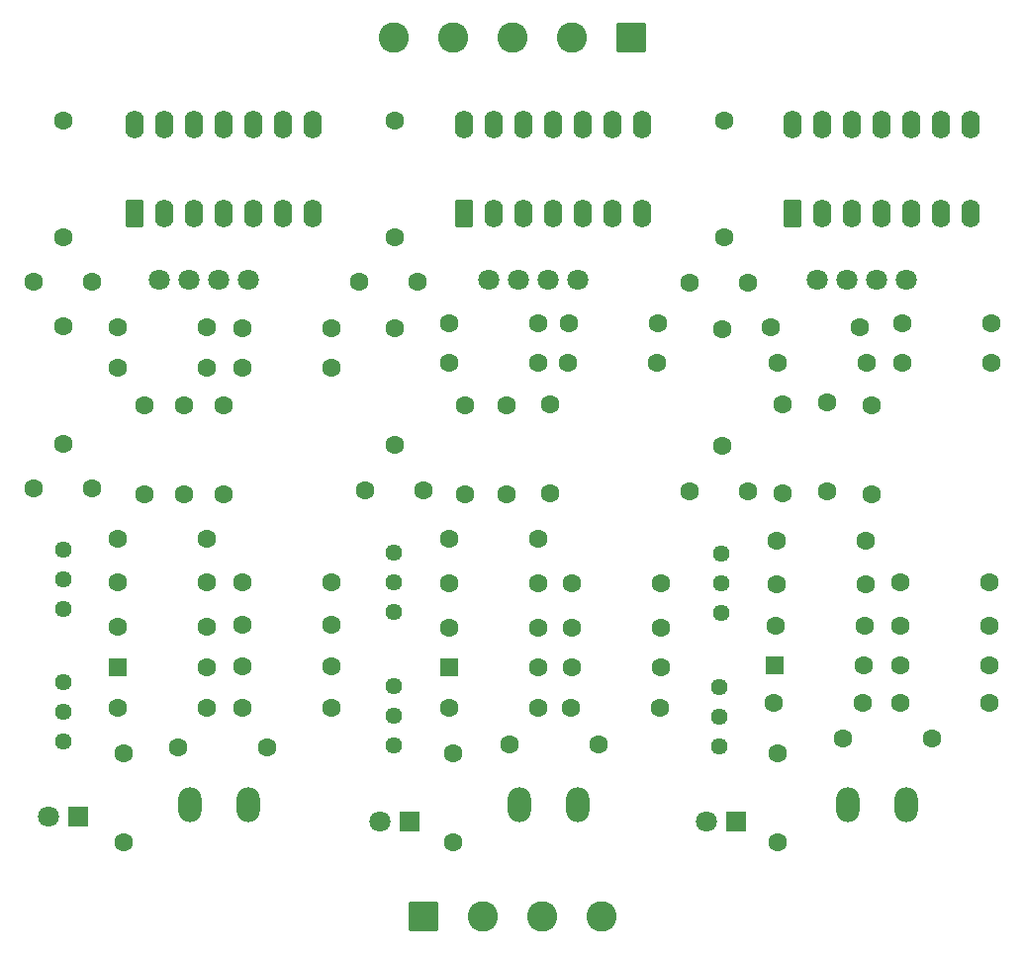
<source format=gbr>
%TF.GenerationSoftware,KiCad,Pcbnew,9.0.3*%
%TF.CreationDate,2026-01-26T07:40:47-05:00*%
%TF.ProjectId,VOLTAGE-SENSOR,564f4c54-4147-4452-9d53-454e534f522e,rev?*%
%TF.SameCoordinates,Original*%
%TF.FileFunction,Soldermask,Top*%
%TF.FilePolarity,Negative*%
%FSLAX46Y46*%
G04 Gerber Fmt 4.6, Leading zero omitted, Abs format (unit mm)*
G04 Created by KiCad (PCBNEW 9.0.3) date 2026-01-26 07:40:47*
%MOMM*%
%LPD*%
G01*
G04 APERTURE LIST*
G04 Aperture macros list*
%AMRoundRect*
0 Rectangle with rounded corners*
0 $1 Rounding radius*
0 $2 $3 $4 $5 $6 $7 $8 $9 X,Y pos of 4 corners*
0 Add a 4 corners polygon primitive as box body*
4,1,4,$2,$3,$4,$5,$6,$7,$8,$9,$2,$3,0*
0 Add four circle primitives for the rounded corners*
1,1,$1+$1,$2,$3*
1,1,$1+$1,$4,$5*
1,1,$1+$1,$6,$7*
1,1,$1+$1,$8,$9*
0 Add four rect primitives between the rounded corners*
20,1,$1+$1,$2,$3,$4,$5,0*
20,1,$1+$1,$4,$5,$6,$7,0*
20,1,$1+$1,$6,$7,$8,$9,0*
20,1,$1+$1,$8,$9,$2,$3,0*%
G04 Aperture macros list end*
%ADD10RoundRect,0.250000X1.050000X1.050000X-1.050000X1.050000X-1.050000X-1.050000X1.050000X-1.050000X0*%
%ADD11C,2.600000*%
%ADD12C,1.600000*%
%ADD13R,1.800000X1.800000*%
%ADD14C,1.800000*%
%ADD15O,2.000000X3.000000*%
%ADD16RoundRect,0.250000X-0.550000X-0.550000X0.550000X-0.550000X0.550000X0.550000X-0.550000X0.550000X0*%
%ADD17RoundRect,0.250000X0.550000X-0.950000X0.550000X0.950000X-0.550000X0.950000X-0.550000X-0.950000X0*%
%ADD18O,1.600000X2.400000*%
%ADD19C,1.440000*%
%ADD20RoundRect,0.250000X-1.050000X-1.050000X1.050000X-1.050000X1.050000X1.050000X-1.050000X1.050000X0*%
G04 APERTURE END LIST*
D10*
%TO.C,ANALOG_OUT1*%
X149935000Y-55000000D03*
D11*
X144855000Y-55000000D03*
X139775000Y-55000000D03*
X134695000Y-55000000D03*
X129615000Y-55000000D03*
%TD*%
D12*
%TO.C,R12*%
X172980000Y-108800000D03*
X180600000Y-108800000D03*
%TD*%
D13*
%TO.C,D6*%
X102570000Y-121750000D03*
D14*
X100030000Y-121750000D03*
%TD*%
D12*
%TO.C,R19*%
X152150000Y-82900000D03*
X144530000Y-82900000D03*
%TD*%
%TO.C,R28*%
X152510000Y-105525000D03*
X144890000Y-105525000D03*
%TD*%
%TO.C,C7*%
X127155000Y-93805000D03*
X132155000Y-93805000D03*
%TD*%
D15*
%TO.C,U8*%
X112200000Y-120750000D03*
X117200000Y-120750000D03*
D14*
X117200000Y-75750000D03*
X114660000Y-75750000D03*
X109580000Y-75750000D03*
X112120000Y-75750000D03*
%TD*%
D12*
%TO.C,R1*%
X162480000Y-82900000D03*
X170100000Y-82900000D03*
%TD*%
D15*
%TO.C,U6*%
X140370000Y-120750000D03*
X145370000Y-120750000D03*
D14*
X145370000Y-75750000D03*
X142830000Y-75750000D03*
X137750000Y-75750000D03*
X140290000Y-75750000D03*
%TD*%
D12*
%TO.C,C8*%
X129655000Y-89903333D03*
X129655000Y-79903333D03*
%TD*%
%TO.C,R20*%
X134315000Y-82900000D03*
X141935000Y-82900000D03*
%TD*%
D16*
%TO.C,D1*%
X162180000Y-108800000D03*
D12*
X169800000Y-108800000D03*
%TD*%
D17*
%TO.C,U1*%
X163760000Y-70120000D03*
D18*
X166300000Y-70120000D03*
X168840000Y-70120000D03*
X171380000Y-70120000D03*
X173920000Y-70120000D03*
X176460000Y-70120000D03*
X179000000Y-70120000D03*
X179000000Y-62500000D03*
X176460000Y-62500000D03*
X173920000Y-62500000D03*
X171380000Y-62500000D03*
X168840000Y-62500000D03*
X166300000Y-62500000D03*
X163760000Y-62500000D03*
%TD*%
D12*
%TO.C,R23*%
X143000000Y-86415000D03*
X143000000Y-94035000D03*
%TD*%
%TO.C,R31*%
X142010000Y-112450000D03*
X134390000Y-112450000D03*
%TD*%
D17*
%TO.C,U9*%
X107460000Y-70120000D03*
D18*
X110000000Y-70120000D03*
X112540000Y-70120000D03*
X115080000Y-70120000D03*
X117620000Y-70120000D03*
X120160000Y-70120000D03*
X122700000Y-70120000D03*
X122700000Y-62500000D03*
X120160000Y-62500000D03*
X117620000Y-62500000D03*
X115080000Y-62500000D03*
X112540000Y-62500000D03*
X110000000Y-62500000D03*
X107460000Y-62500000D03*
%TD*%
D12*
%TO.C,R25*%
X134390000Y-101776667D03*
X142010000Y-101776667D03*
%TD*%
%TO.C,R5*%
X166700000Y-86290000D03*
X166700000Y-93910000D03*
%TD*%
D19*
%TO.C,RV1*%
X157595000Y-99236667D03*
X157595000Y-101776667D03*
X157595000Y-104316667D03*
%TD*%
%TO.C,RV2*%
X157500000Y-110653333D03*
X157500000Y-113193333D03*
X157500000Y-115733333D03*
%TD*%
D13*
%TO.C,D4*%
X130925000Y-122150000D03*
D14*
X128385000Y-122150000D03*
%TD*%
D12*
%TO.C,R14*%
X169710000Y-112000000D03*
X162090000Y-112000000D03*
%TD*%
%TO.C,R24*%
X142010000Y-97925000D03*
X134390000Y-97925000D03*
%TD*%
%TO.C,C11*%
X98800000Y-93605000D03*
X103800000Y-93605000D03*
%TD*%
%TO.C,R37*%
X105980000Y-83300000D03*
X113600000Y-83300000D03*
%TD*%
%TO.C,C10*%
X101300000Y-72100000D03*
X101300000Y-62100000D03*
%TD*%
%TO.C,R50*%
X106500000Y-116290000D03*
X106500000Y-123910000D03*
%TD*%
%TO.C,R6*%
X170500000Y-86490000D03*
X170500000Y-94110000D03*
%TD*%
%TO.C,R39*%
X111650000Y-86490000D03*
X111650000Y-94110000D03*
%TD*%
D19*
%TO.C,RV5*%
X101295000Y-98870000D03*
X101295000Y-101410000D03*
X101295000Y-103950000D03*
%TD*%
D12*
%TO.C,R18*%
X141960000Y-79500000D03*
X134340000Y-79500000D03*
%TD*%
%TO.C,R9*%
X180610000Y-101700000D03*
X172990000Y-101700000D03*
%TD*%
%TO.C,R10*%
X162290000Y-105400000D03*
X169910000Y-105400000D03*
%TD*%
%TO.C,C9*%
X98800000Y-75935000D03*
X103800000Y-75935000D03*
%TD*%
%TO.C,R16*%
X162450000Y-116290000D03*
X162450000Y-123910000D03*
%TD*%
%TO.C,R38*%
X108300000Y-86490000D03*
X108300000Y-94110000D03*
%TD*%
%TO.C,R3*%
X180710000Y-79500000D03*
X173090000Y-79500000D03*
%TD*%
%TO.C,R40*%
X115080000Y-86490000D03*
X115080000Y-94110000D03*
%TD*%
D16*
%TO.C,D5*%
X105980000Y-108943750D03*
D12*
X113600000Y-108943750D03*
%TD*%
%TO.C,R49*%
X118760000Y-115800000D03*
X111140000Y-115800000D03*
%TD*%
%TO.C,R4*%
X169500000Y-79850000D03*
X161880000Y-79850000D03*
%TD*%
D17*
%TO.C,U7*%
X135630000Y-70120000D03*
D18*
X138170000Y-70120000D03*
X140710000Y-70120000D03*
X143250000Y-70120000D03*
X145790000Y-70120000D03*
X148330000Y-70120000D03*
X150870000Y-70120000D03*
X150870000Y-62500000D03*
X148330000Y-62500000D03*
X145790000Y-62500000D03*
X143250000Y-62500000D03*
X140710000Y-62500000D03*
X138170000Y-62500000D03*
X135630000Y-62500000D03*
%TD*%
D20*
%TO.C,VOLTAGE_IN*%
X132155000Y-130250000D03*
D11*
X137235000Y-130250000D03*
X142315000Y-130250000D03*
X147395000Y-130250000D03*
%TD*%
D19*
%TO.C,RV3*%
X129650000Y-99136667D03*
X129650000Y-101676667D03*
X129650000Y-104216667D03*
%TD*%
D12*
%TO.C,R43*%
X124260000Y-101681250D03*
X116640000Y-101681250D03*
%TD*%
%TO.C,C1*%
X157900000Y-72100000D03*
X157900000Y-62100000D03*
%TD*%
%TO.C,C3*%
X157700000Y-89953333D03*
X157700000Y-79953333D03*
%TD*%
D19*
%TO.C,RV6*%
X101295000Y-110195000D03*
X101295000Y-112735000D03*
X101295000Y-115275000D03*
%TD*%
D12*
%TO.C,R27*%
X134390000Y-105525000D03*
X142010000Y-105525000D03*
%TD*%
D13*
%TO.C,D2*%
X158870000Y-122150000D03*
D14*
X156330000Y-122150000D03*
%TD*%
D12*
%TO.C,C6*%
X129655000Y-72100000D03*
X129655000Y-62100000D03*
%TD*%
%TO.C,R2*%
X162900000Y-86400000D03*
X162900000Y-94020000D03*
%TD*%
%TO.C,R44*%
X105980000Y-105437500D03*
X113600000Y-105437500D03*
%TD*%
%TO.C,C5*%
X126675000Y-75950000D03*
X131675000Y-75950000D03*
%TD*%
%TO.C,R30*%
X152385000Y-112450000D03*
X144765000Y-112450000D03*
%TD*%
%TO.C,R11*%
X180610000Y-105400000D03*
X172990000Y-105400000D03*
%TD*%
%TO.C,R45*%
X124260000Y-105270833D03*
X116640000Y-105270833D03*
%TD*%
%TO.C,C12*%
X101300000Y-89770000D03*
X101300000Y-79770000D03*
%TD*%
D19*
%TO.C,RV4*%
X129650000Y-110528333D03*
X129650000Y-113068333D03*
X129650000Y-115608333D03*
%TD*%
D12*
%TO.C,R46*%
X116640000Y-108860417D03*
X124260000Y-108860417D03*
%TD*%
%TO.C,R13*%
X175660000Y-115000000D03*
X168040000Y-115000000D03*
%TD*%
%TO.C,R17*%
X152185000Y-79500000D03*
X144565000Y-79500000D03*
%TD*%
%TO.C,R0*%
X180710000Y-82900000D03*
X173090000Y-82900000D03*
%TD*%
%TO.C,R48*%
X113600000Y-112450000D03*
X105980000Y-112450000D03*
%TD*%
%TO.C,R34*%
X124260000Y-79900000D03*
X116640000Y-79900000D03*
%TD*%
D16*
%TO.C,D3*%
X134390000Y-108950000D03*
D12*
X142010000Y-108950000D03*
%TD*%
%TO.C,R33*%
X134700000Y-116290000D03*
X134700000Y-123910000D03*
%TD*%
%TO.C,C4*%
X154900000Y-93880000D03*
X159900000Y-93880000D03*
%TD*%
%TO.C,R36*%
X124260000Y-83300000D03*
X116640000Y-83300000D03*
%TD*%
%TO.C,R8*%
X162380000Y-101800000D03*
X170000000Y-101800000D03*
%TD*%
%TO.C,R35*%
X113600000Y-79850000D03*
X105980000Y-79850000D03*
%TD*%
%TO.C,R15*%
X180600000Y-112000000D03*
X172980000Y-112000000D03*
%TD*%
%TO.C,C2*%
X154900000Y-76026667D03*
X159900000Y-76026667D03*
%TD*%
%TO.C,R47*%
X124260000Y-112450000D03*
X116640000Y-112450000D03*
%TD*%
%TO.C,R22*%
X139300000Y-86490000D03*
X139300000Y-94110000D03*
%TD*%
%TO.C,R21*%
X135725000Y-86490000D03*
X135725000Y-94110000D03*
%TD*%
D15*
%TO.C,U2*%
X168500000Y-120750000D03*
X173500000Y-120750000D03*
D14*
X173500000Y-75750000D03*
X170960000Y-75750000D03*
X165880000Y-75750000D03*
X168420000Y-75750000D03*
%TD*%
D12*
%TO.C,R42*%
X105980000Y-101681250D03*
X113600000Y-101681250D03*
%TD*%
%TO.C,R7*%
X170010000Y-98100000D03*
X162390000Y-98100000D03*
%TD*%
%TO.C,R29*%
X144890000Y-108950000D03*
X152510000Y-108950000D03*
%TD*%
%TO.C,R26*%
X152460000Y-101776667D03*
X144840000Y-101776667D03*
%TD*%
%TO.C,R41*%
X113600000Y-97925000D03*
X105980000Y-97925000D03*
%TD*%
%TO.C,R32*%
X147160000Y-115550000D03*
X139540000Y-115550000D03*
%TD*%
M02*

</source>
